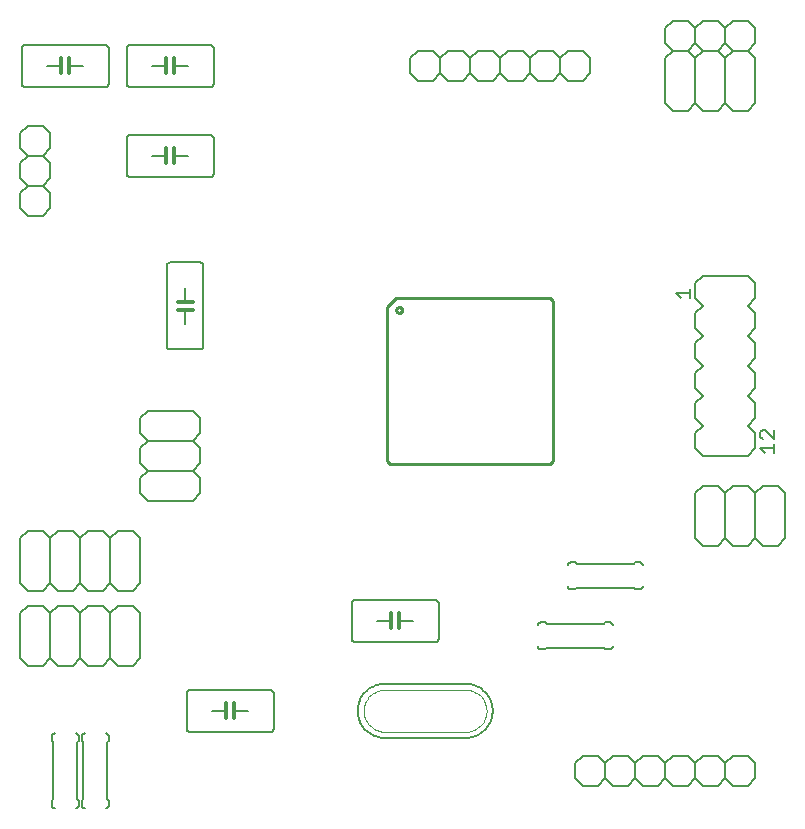
<source format=gto>
G75*
G70*
%OFA0B0*%
%FSLAX24Y24*%
%IPPOS*%
%LPD*%
%AMOC8*
5,1,8,0,0,1.08239X$1,22.5*
%
%ADD10C,0.0100*%
%ADD11C,0.0060*%
%ADD12C,0.0020*%
%ADD13C,0.0120*%
%ADD14C,0.0050*%
D10*
X013943Y013344D02*
X013844Y013443D01*
X013844Y018561D01*
X014139Y018856D01*
X019257Y018856D01*
X019356Y018757D01*
X019356Y013443D01*
X019257Y013344D01*
X013943Y013344D01*
X014140Y018462D02*
X014142Y018481D01*
X014147Y018500D01*
X014157Y018516D01*
X014169Y018531D01*
X014184Y018543D01*
X014200Y018553D01*
X014219Y018558D01*
X014238Y018560D01*
X014257Y018558D01*
X014276Y018553D01*
X014292Y018543D01*
X014307Y018531D01*
X014319Y018516D01*
X014329Y018500D01*
X014334Y018481D01*
X014336Y018462D01*
X014334Y018443D01*
X014329Y018424D01*
X014319Y018408D01*
X014307Y018393D01*
X014292Y018381D01*
X014276Y018371D01*
X014257Y018366D01*
X014238Y018364D01*
X014219Y018366D01*
X014200Y018371D01*
X014184Y018381D01*
X014169Y018393D01*
X014157Y018408D01*
X014147Y018424D01*
X014142Y018443D01*
X014140Y018462D01*
D11*
X002650Y002100D02*
X002650Y001950D01*
X002652Y001933D01*
X002656Y001916D01*
X002663Y001900D01*
X002673Y001886D01*
X002686Y001873D01*
X002700Y001863D01*
X002716Y001856D01*
X002733Y001852D01*
X002750Y001850D01*
X002650Y002100D02*
X002700Y002150D01*
X002700Y004050D01*
X002650Y004100D01*
X002650Y004250D01*
X002652Y004267D01*
X002656Y004284D01*
X002663Y004300D01*
X002673Y004314D01*
X002686Y004327D01*
X002700Y004337D01*
X002716Y004344D01*
X002733Y004348D01*
X002750Y004350D01*
X003450Y004350D02*
X003467Y004348D01*
X003484Y004344D01*
X003500Y004337D01*
X003514Y004327D01*
X003527Y004314D01*
X003537Y004300D01*
X003544Y004284D01*
X003548Y004267D01*
X003550Y004250D01*
X003550Y004100D01*
X003500Y004050D01*
X003500Y002150D01*
X003550Y002100D01*
X003550Y001950D01*
X003650Y001950D02*
X003650Y002100D01*
X003700Y002150D01*
X003700Y004050D01*
X003650Y004100D01*
X003650Y004250D01*
X003652Y004267D01*
X003656Y004284D01*
X003663Y004300D01*
X003673Y004314D01*
X003686Y004327D01*
X003700Y004337D01*
X003716Y004344D01*
X003733Y004348D01*
X003750Y004350D01*
X004450Y004350D02*
X004467Y004348D01*
X004484Y004344D01*
X004500Y004337D01*
X004514Y004327D01*
X004527Y004314D01*
X004537Y004300D01*
X004544Y004284D01*
X004548Y004267D01*
X004550Y004250D01*
X004550Y004100D01*
X004500Y004050D01*
X004500Y002150D01*
X004550Y002100D01*
X004550Y001950D01*
X004548Y001933D01*
X004544Y001916D01*
X004537Y001900D01*
X004527Y001886D01*
X004514Y001873D01*
X004500Y001863D01*
X004484Y001856D01*
X004467Y001852D01*
X004450Y001850D01*
X003750Y001850D02*
X003733Y001852D01*
X003716Y001856D01*
X003700Y001863D01*
X003686Y001873D01*
X003673Y001886D01*
X003663Y001900D01*
X003656Y001916D01*
X003652Y001933D01*
X003650Y001950D01*
X003550Y001950D02*
X003548Y001933D01*
X003544Y001916D01*
X003537Y001900D01*
X003527Y001886D01*
X003514Y001873D01*
X003500Y001863D01*
X003484Y001856D01*
X003467Y001852D01*
X003450Y001850D01*
X007150Y004500D02*
X007150Y005700D01*
X007152Y005717D01*
X007156Y005734D01*
X007163Y005750D01*
X007173Y005764D01*
X007186Y005777D01*
X007200Y005787D01*
X007216Y005794D01*
X007233Y005798D01*
X007250Y005800D01*
X009950Y005800D01*
X009967Y005798D01*
X009984Y005794D01*
X010000Y005787D01*
X010014Y005777D01*
X010027Y005764D01*
X010037Y005750D01*
X010044Y005734D01*
X010048Y005717D01*
X010050Y005700D01*
X010050Y004500D01*
X010048Y004483D01*
X010044Y004466D01*
X010037Y004450D01*
X010027Y004436D01*
X010014Y004423D01*
X010000Y004413D01*
X009984Y004406D01*
X009967Y004402D01*
X009950Y004400D01*
X007250Y004400D01*
X007233Y004402D01*
X007216Y004406D01*
X007200Y004413D01*
X007186Y004423D01*
X007173Y004436D01*
X007163Y004450D01*
X007156Y004466D01*
X007152Y004483D01*
X007150Y004500D01*
X008000Y005100D02*
X008480Y005100D01*
X008730Y005100D02*
X009200Y005100D01*
X005600Y006850D02*
X005600Y008350D01*
X005350Y008600D01*
X004850Y008600D01*
X004600Y008350D01*
X004600Y006850D01*
X004850Y006600D01*
X005350Y006600D01*
X005600Y006850D01*
X004600Y006850D02*
X004350Y006600D01*
X003850Y006600D01*
X003600Y006850D01*
X003600Y008350D01*
X003850Y008600D01*
X004350Y008600D01*
X004600Y008350D01*
X004350Y009100D02*
X003850Y009100D01*
X003600Y009350D01*
X003600Y010850D01*
X003850Y011100D01*
X004350Y011100D01*
X004600Y010850D01*
X004850Y011100D01*
X005350Y011100D01*
X005600Y010850D01*
X005600Y009350D01*
X005350Y009100D01*
X004850Y009100D01*
X004600Y009350D01*
X004600Y010850D01*
X003600Y010850D02*
X003350Y011100D01*
X002850Y011100D01*
X002600Y010850D01*
X002600Y009350D01*
X002850Y009100D01*
X003350Y009100D01*
X003600Y009350D01*
X004350Y009100D02*
X004600Y009350D01*
X003600Y008350D02*
X003350Y008600D01*
X002850Y008600D01*
X002600Y008350D01*
X002600Y006850D01*
X002850Y006600D01*
X003350Y006600D01*
X003600Y006850D01*
X002600Y006850D02*
X002350Y006600D01*
X001850Y006600D01*
X001600Y006850D01*
X001600Y008350D01*
X001850Y008600D01*
X002350Y008600D01*
X002600Y008350D01*
X002350Y009100D02*
X001850Y009100D01*
X001600Y009350D01*
X001600Y010850D01*
X001850Y011100D01*
X002350Y011100D01*
X002600Y010850D01*
X002600Y009350D02*
X002350Y009100D01*
X005600Y012350D02*
X005600Y012850D01*
X005850Y013100D01*
X007350Y013100D01*
X007600Y013350D01*
X007600Y013850D01*
X007350Y014100D01*
X007600Y014350D01*
X007600Y014850D01*
X007350Y015100D01*
X005850Y015100D01*
X005600Y014850D01*
X005600Y014350D01*
X005850Y014100D01*
X007350Y014100D01*
X007350Y013100D02*
X007600Y012850D01*
X007600Y012350D01*
X007350Y012100D01*
X005850Y012100D01*
X005600Y012350D01*
X005850Y013100D02*
X005600Y013350D01*
X005600Y013850D01*
X005850Y014100D01*
X006600Y017150D02*
X007600Y017150D01*
X007617Y017152D01*
X007634Y017156D01*
X007650Y017163D01*
X007664Y017173D01*
X007677Y017186D01*
X007687Y017200D01*
X007694Y017216D01*
X007698Y017233D01*
X007700Y017250D01*
X007700Y019950D01*
X007698Y019967D01*
X007694Y019984D01*
X007687Y020000D01*
X007677Y020014D01*
X007664Y020027D01*
X007650Y020037D01*
X007634Y020044D01*
X007617Y020048D01*
X007600Y020050D01*
X006600Y020050D01*
X006583Y020048D01*
X006566Y020044D01*
X006550Y020037D01*
X006536Y020027D01*
X006523Y020014D01*
X006513Y020000D01*
X006506Y019984D01*
X006502Y019967D01*
X006500Y019950D01*
X006500Y017250D01*
X006502Y017233D01*
X006506Y017216D01*
X006513Y017200D01*
X006523Y017186D01*
X006536Y017173D01*
X006550Y017163D01*
X006566Y017156D01*
X006583Y017152D01*
X006600Y017150D01*
X007100Y018000D02*
X007100Y018470D01*
X007100Y018720D02*
X007100Y019200D01*
X007950Y022900D02*
X005250Y022900D01*
X005233Y022902D01*
X005216Y022906D01*
X005200Y022913D01*
X005186Y022923D01*
X005173Y022936D01*
X005163Y022950D01*
X005156Y022966D01*
X005152Y022983D01*
X005150Y023000D01*
X005150Y024200D01*
X005152Y024217D01*
X005156Y024234D01*
X005163Y024250D01*
X005173Y024264D01*
X005186Y024277D01*
X005200Y024287D01*
X005216Y024294D01*
X005233Y024298D01*
X005250Y024300D01*
X007950Y024300D01*
X007967Y024298D01*
X007984Y024294D01*
X008000Y024287D01*
X008014Y024277D01*
X008027Y024264D01*
X008037Y024250D01*
X008044Y024234D01*
X008048Y024217D01*
X008050Y024200D01*
X008050Y023000D01*
X008048Y022983D01*
X008044Y022966D01*
X008037Y022950D01*
X008027Y022936D01*
X008014Y022923D01*
X008000Y022913D01*
X007984Y022906D01*
X007967Y022902D01*
X007950Y022900D01*
X007200Y023600D02*
X006730Y023600D01*
X006480Y023600D02*
X006000Y023600D01*
X005250Y025900D02*
X007950Y025900D01*
X007967Y025902D01*
X007984Y025906D01*
X008000Y025913D01*
X008014Y025923D01*
X008027Y025936D01*
X008037Y025950D01*
X008044Y025966D01*
X008048Y025983D01*
X008050Y026000D01*
X008050Y027200D01*
X008048Y027217D01*
X008044Y027234D01*
X008037Y027250D01*
X008027Y027264D01*
X008014Y027277D01*
X008000Y027287D01*
X007984Y027294D01*
X007967Y027298D01*
X007950Y027300D01*
X005250Y027300D01*
X005233Y027298D01*
X005216Y027294D01*
X005200Y027287D01*
X005186Y027277D01*
X005173Y027264D01*
X005163Y027250D01*
X005156Y027234D01*
X005152Y027217D01*
X005150Y027200D01*
X005150Y026000D01*
X005152Y025983D01*
X005156Y025966D01*
X005163Y025950D01*
X005173Y025936D01*
X005186Y025923D01*
X005200Y025913D01*
X005216Y025906D01*
X005233Y025902D01*
X005250Y025900D01*
X006000Y026600D02*
X006480Y026600D01*
X006730Y026600D02*
X007200Y026600D01*
X004550Y026000D02*
X004550Y027200D01*
X004548Y027217D01*
X004544Y027234D01*
X004537Y027250D01*
X004527Y027264D01*
X004514Y027277D01*
X004500Y027287D01*
X004484Y027294D01*
X004467Y027298D01*
X004450Y027300D01*
X001750Y027300D01*
X001733Y027298D01*
X001716Y027294D01*
X001700Y027287D01*
X001686Y027277D01*
X001673Y027264D01*
X001663Y027250D01*
X001656Y027234D01*
X001652Y027217D01*
X001650Y027200D01*
X001650Y026000D01*
X001652Y025983D01*
X001656Y025966D01*
X001663Y025950D01*
X001673Y025936D01*
X001686Y025923D01*
X001700Y025913D01*
X001716Y025906D01*
X001733Y025902D01*
X001750Y025900D01*
X004450Y025900D01*
X004467Y025902D01*
X004484Y025906D01*
X004500Y025913D01*
X004514Y025923D01*
X004527Y025936D01*
X004537Y025950D01*
X004544Y025966D01*
X004548Y025983D01*
X004550Y026000D01*
X003700Y026600D02*
X003230Y026600D01*
X002980Y026600D02*
X002500Y026600D01*
X002350Y024600D02*
X001850Y024600D01*
X001600Y024350D01*
X001600Y023850D01*
X001850Y023600D01*
X002350Y023600D01*
X002600Y023850D01*
X002600Y024350D01*
X002350Y024600D01*
X002350Y023600D02*
X002600Y023350D01*
X002600Y022850D01*
X002350Y022600D01*
X002600Y022350D01*
X002600Y021850D01*
X002350Y021600D01*
X001850Y021600D01*
X001600Y021850D01*
X001600Y022350D01*
X001850Y022600D01*
X001600Y022850D01*
X001600Y023350D01*
X001850Y023600D01*
X001850Y022600D02*
X002350Y022600D01*
X014600Y026350D02*
X014850Y026100D01*
X015350Y026100D01*
X015600Y026350D01*
X015850Y026100D01*
X016350Y026100D01*
X016600Y026350D01*
X016600Y026850D01*
X016350Y027100D01*
X015850Y027100D01*
X015600Y026850D01*
X015600Y026350D01*
X015600Y026850D02*
X015350Y027100D01*
X014850Y027100D01*
X014600Y026850D01*
X014600Y026350D01*
X016600Y026350D02*
X016850Y026100D01*
X017350Y026100D01*
X017600Y026350D01*
X017850Y026100D01*
X018350Y026100D01*
X018600Y026350D01*
X018850Y026100D01*
X019350Y026100D01*
X019600Y026350D01*
X019850Y026100D01*
X020350Y026100D01*
X020600Y026350D01*
X020600Y026850D01*
X020350Y027100D01*
X019850Y027100D01*
X019600Y026850D01*
X019600Y026350D01*
X019600Y026850D02*
X019350Y027100D01*
X018850Y027100D01*
X018600Y026850D01*
X018600Y026350D01*
X018600Y026850D02*
X018350Y027100D01*
X017850Y027100D01*
X017600Y026850D01*
X017600Y026350D01*
X017600Y026850D02*
X017350Y027100D01*
X016850Y027100D01*
X016600Y026850D01*
X023100Y026850D02*
X023100Y025350D01*
X023350Y025100D01*
X023850Y025100D01*
X024100Y025350D01*
X024100Y026850D01*
X024350Y027100D01*
X024100Y027350D01*
X023850Y027100D01*
X023350Y027100D01*
X023100Y027350D01*
X023100Y027850D01*
X023350Y028100D01*
X023850Y028100D01*
X024100Y027850D01*
X024350Y028100D01*
X024850Y028100D01*
X025100Y027850D01*
X025350Y028100D01*
X025850Y028100D01*
X026100Y027850D01*
X026100Y027350D01*
X025850Y027100D01*
X025350Y027100D01*
X025100Y027350D01*
X024850Y027100D01*
X024350Y027100D01*
X024850Y027100D01*
X025100Y026850D01*
X025350Y027100D01*
X025850Y027100D01*
X026100Y026850D01*
X026100Y025350D01*
X025850Y025100D01*
X025350Y025100D01*
X025100Y025350D01*
X025100Y026850D01*
X025100Y027350D02*
X025100Y027850D01*
X024100Y027850D02*
X024100Y027350D01*
X023850Y027100D02*
X024100Y026850D01*
X023850Y027100D02*
X023350Y027100D01*
X023100Y026850D01*
X024100Y025350D02*
X024350Y025100D01*
X024850Y025100D01*
X025100Y025350D01*
X024350Y019600D02*
X024100Y019350D01*
X024100Y018850D01*
X024350Y018600D01*
X024100Y018350D01*
X024100Y017850D01*
X024350Y017600D01*
X024100Y017350D01*
X024100Y016850D01*
X024350Y016600D01*
X024100Y016350D01*
X024100Y015850D01*
X024350Y015600D01*
X024100Y015350D01*
X024100Y014850D01*
X024350Y014600D01*
X024100Y014350D01*
X024100Y013850D01*
X024350Y013600D01*
X025850Y013600D01*
X026100Y013850D01*
X026100Y014350D01*
X025850Y014600D01*
X026100Y014850D01*
X026100Y015350D01*
X025850Y015600D01*
X026100Y015850D01*
X026100Y016350D01*
X025850Y016600D01*
X026100Y016850D01*
X026100Y017350D01*
X025850Y017600D01*
X026100Y017850D01*
X026100Y018350D01*
X025850Y018600D01*
X026100Y018850D01*
X026100Y019350D01*
X025850Y019600D01*
X024350Y019600D01*
X024350Y012600D02*
X024850Y012600D01*
X025100Y012350D01*
X025100Y010850D01*
X025350Y010600D01*
X025850Y010600D01*
X026100Y010850D01*
X026350Y010600D01*
X026850Y010600D01*
X027100Y010850D01*
X027100Y012350D01*
X026850Y012600D01*
X026350Y012600D01*
X026100Y012350D01*
X026100Y010850D01*
X025100Y010850D02*
X024850Y010600D01*
X024350Y010600D01*
X024100Y010850D01*
X024100Y012350D01*
X024350Y012600D01*
X025100Y012350D02*
X025350Y012600D01*
X025850Y012600D01*
X026100Y012350D01*
X022250Y010050D02*
X022100Y010050D01*
X022050Y010000D01*
X020150Y010000D01*
X020100Y010050D01*
X019950Y010050D01*
X019933Y010048D01*
X019916Y010044D01*
X019900Y010037D01*
X019886Y010027D01*
X019873Y010014D01*
X019863Y010000D01*
X019856Y009984D01*
X019852Y009967D01*
X019850Y009950D01*
X019850Y009250D02*
X019852Y009233D01*
X019856Y009216D01*
X019863Y009200D01*
X019873Y009186D01*
X019886Y009173D01*
X019900Y009163D01*
X019916Y009156D01*
X019933Y009152D01*
X019950Y009150D01*
X020100Y009150D01*
X020150Y009200D01*
X022050Y009200D01*
X022100Y009150D01*
X022250Y009150D01*
X022267Y009152D01*
X022284Y009156D01*
X022300Y009163D01*
X022314Y009173D01*
X022327Y009186D01*
X022337Y009200D01*
X022344Y009216D01*
X022348Y009233D01*
X022350Y009250D01*
X022350Y009950D02*
X022348Y009967D01*
X022344Y009984D01*
X022337Y010000D01*
X022327Y010014D01*
X022314Y010027D01*
X022300Y010037D01*
X022284Y010044D01*
X022267Y010048D01*
X022250Y010050D01*
X021250Y008050D02*
X021100Y008050D01*
X021050Y008000D01*
X019150Y008000D01*
X019100Y008050D01*
X018950Y008050D01*
X018933Y008048D01*
X018916Y008044D01*
X018900Y008037D01*
X018886Y008027D01*
X018873Y008014D01*
X018863Y008000D01*
X018856Y007984D01*
X018852Y007967D01*
X018850Y007950D01*
X018850Y007250D02*
X018852Y007233D01*
X018856Y007216D01*
X018863Y007200D01*
X018873Y007186D01*
X018886Y007173D01*
X018900Y007163D01*
X018916Y007156D01*
X018933Y007152D01*
X018950Y007150D01*
X019100Y007150D01*
X019150Y007200D01*
X021050Y007200D01*
X021100Y007150D01*
X021250Y007150D01*
X021267Y007152D01*
X021284Y007156D01*
X021300Y007163D01*
X021314Y007173D01*
X021327Y007186D01*
X021337Y007200D01*
X021344Y007216D01*
X021348Y007233D01*
X021350Y007250D01*
X021350Y007950D02*
X021348Y007967D01*
X021344Y007984D01*
X021337Y008000D01*
X021327Y008014D01*
X021314Y008027D01*
X021300Y008037D01*
X021284Y008044D01*
X021267Y008048D01*
X021250Y008050D01*
X021350Y003600D02*
X021850Y003600D01*
X022100Y003350D01*
X022350Y003600D01*
X022850Y003600D01*
X023100Y003350D01*
X023350Y003600D01*
X023850Y003600D01*
X024100Y003350D01*
X024350Y003600D01*
X024850Y003600D01*
X025100Y003350D01*
X025350Y003600D01*
X025850Y003600D01*
X026100Y003350D01*
X026100Y002850D01*
X025850Y002600D01*
X025350Y002600D01*
X025100Y002850D01*
X024850Y002600D01*
X024350Y002600D01*
X024100Y002850D01*
X024100Y003350D01*
X024100Y002850D02*
X023850Y002600D01*
X023350Y002600D01*
X023100Y002850D01*
X022850Y002600D01*
X022350Y002600D01*
X022100Y002850D01*
X021850Y002600D01*
X021350Y002600D01*
X021100Y002850D01*
X020850Y002600D01*
X020350Y002600D01*
X020100Y002850D01*
X020100Y003350D01*
X020350Y003600D01*
X020850Y003600D01*
X021100Y003350D01*
X021350Y003600D01*
X021100Y003350D02*
X021100Y002850D01*
X022100Y002850D02*
X022100Y003350D01*
X023100Y003350D02*
X023100Y002850D01*
X025100Y002850D02*
X025100Y003350D01*
X016450Y004200D02*
X013750Y004200D01*
X013691Y004202D01*
X013633Y004208D01*
X013574Y004217D01*
X013517Y004231D01*
X013461Y004248D01*
X013406Y004269D01*
X013352Y004293D01*
X013300Y004321D01*
X013250Y004352D01*
X013202Y004386D01*
X013157Y004423D01*
X013114Y004464D01*
X013073Y004507D01*
X013036Y004552D01*
X013002Y004600D01*
X012971Y004650D01*
X012943Y004702D01*
X012919Y004756D01*
X012898Y004811D01*
X012881Y004867D01*
X012867Y004924D01*
X012858Y004983D01*
X012852Y005041D01*
X012850Y005100D01*
X012852Y005159D01*
X012858Y005217D01*
X012867Y005276D01*
X012881Y005333D01*
X012898Y005389D01*
X012919Y005444D01*
X012943Y005498D01*
X012971Y005550D01*
X013002Y005600D01*
X013036Y005648D01*
X013073Y005693D01*
X013114Y005736D01*
X013157Y005777D01*
X013202Y005814D01*
X013250Y005848D01*
X013300Y005879D01*
X013352Y005907D01*
X013406Y005931D01*
X013461Y005952D01*
X013517Y005969D01*
X013574Y005983D01*
X013633Y005992D01*
X013691Y005998D01*
X013750Y006000D01*
X016450Y006000D01*
X016509Y005998D01*
X016567Y005992D01*
X016626Y005983D01*
X016683Y005969D01*
X016739Y005952D01*
X016794Y005931D01*
X016848Y005907D01*
X016900Y005879D01*
X016950Y005848D01*
X016998Y005814D01*
X017043Y005777D01*
X017086Y005736D01*
X017127Y005693D01*
X017164Y005648D01*
X017198Y005600D01*
X017229Y005550D01*
X017257Y005498D01*
X017281Y005444D01*
X017302Y005389D01*
X017319Y005333D01*
X017333Y005276D01*
X017342Y005217D01*
X017348Y005159D01*
X017350Y005100D01*
X017348Y005041D01*
X017342Y004983D01*
X017333Y004924D01*
X017319Y004867D01*
X017302Y004811D01*
X017281Y004756D01*
X017257Y004702D01*
X017229Y004650D01*
X017198Y004600D01*
X017164Y004552D01*
X017127Y004507D01*
X017086Y004464D01*
X017043Y004423D01*
X016998Y004386D01*
X016950Y004352D01*
X016900Y004321D01*
X016848Y004293D01*
X016794Y004269D01*
X016739Y004248D01*
X016683Y004231D01*
X016626Y004217D01*
X016567Y004208D01*
X016509Y004202D01*
X016450Y004200D01*
X015450Y007400D02*
X012750Y007400D01*
X012733Y007402D01*
X012716Y007406D01*
X012700Y007413D01*
X012686Y007423D01*
X012673Y007436D01*
X012663Y007450D01*
X012656Y007466D01*
X012652Y007483D01*
X012650Y007500D01*
X012650Y008700D01*
X012652Y008717D01*
X012656Y008734D01*
X012663Y008750D01*
X012673Y008764D01*
X012686Y008777D01*
X012700Y008787D01*
X012716Y008794D01*
X012733Y008798D01*
X012750Y008800D01*
X015450Y008800D01*
X015467Y008798D01*
X015484Y008794D01*
X015500Y008787D01*
X015514Y008777D01*
X015527Y008764D01*
X015537Y008750D01*
X015544Y008734D01*
X015548Y008717D01*
X015550Y008700D01*
X015550Y007500D01*
X015548Y007483D01*
X015544Y007466D01*
X015537Y007450D01*
X015527Y007436D01*
X015514Y007423D01*
X015500Y007413D01*
X015484Y007406D01*
X015467Y007402D01*
X015450Y007400D01*
X014700Y008100D02*
X014230Y008100D01*
X013980Y008100D02*
X013500Y008100D01*
D12*
X013750Y005800D02*
X016450Y005800D01*
X016501Y005798D01*
X016552Y005793D01*
X016602Y005783D01*
X016652Y005770D01*
X016700Y005754D01*
X016747Y005734D01*
X016793Y005710D01*
X016836Y005684D01*
X016878Y005654D01*
X016917Y005621D01*
X016954Y005586D01*
X016988Y005548D01*
X017019Y005507D01*
X017048Y005465D01*
X017073Y005420D01*
X017094Y005374D01*
X017113Y005326D01*
X017127Y005277D01*
X017138Y005227D01*
X017146Y005177D01*
X017150Y005126D01*
X017150Y005074D01*
X017146Y005023D01*
X017138Y004973D01*
X017127Y004923D01*
X017113Y004874D01*
X017094Y004826D01*
X017073Y004780D01*
X017048Y004735D01*
X017019Y004693D01*
X016988Y004652D01*
X016954Y004614D01*
X016917Y004579D01*
X016878Y004546D01*
X016836Y004516D01*
X016793Y004490D01*
X016747Y004466D01*
X016700Y004446D01*
X016652Y004430D01*
X016602Y004417D01*
X016552Y004407D01*
X016501Y004402D01*
X016450Y004400D01*
X013750Y004400D01*
X013699Y004402D01*
X013648Y004407D01*
X013598Y004417D01*
X013548Y004430D01*
X013500Y004446D01*
X013453Y004466D01*
X013407Y004490D01*
X013364Y004516D01*
X013322Y004546D01*
X013283Y004579D01*
X013246Y004614D01*
X013212Y004652D01*
X013181Y004693D01*
X013152Y004735D01*
X013127Y004780D01*
X013106Y004826D01*
X013087Y004874D01*
X013073Y004923D01*
X013062Y004973D01*
X013054Y005023D01*
X013050Y005074D01*
X013050Y005126D01*
X013054Y005177D01*
X013062Y005227D01*
X013073Y005277D01*
X013087Y005326D01*
X013106Y005374D01*
X013127Y005420D01*
X013152Y005465D01*
X013181Y005507D01*
X013212Y005548D01*
X013246Y005586D01*
X013283Y005621D01*
X013322Y005654D01*
X013364Y005684D01*
X013407Y005710D01*
X013453Y005734D01*
X013500Y005754D01*
X013548Y005770D01*
X013598Y005783D01*
X013648Y005793D01*
X013699Y005798D01*
X013750Y005800D01*
D13*
X013980Y007850D02*
X013980Y008100D01*
X013980Y008350D01*
X014230Y008350D02*
X014230Y008100D01*
X014230Y007850D01*
X008730Y005350D02*
X008730Y005100D01*
X008730Y004850D01*
X008480Y004850D02*
X008480Y005100D01*
X008480Y005350D01*
X007350Y018470D02*
X007100Y018470D01*
X006850Y018470D01*
X006850Y018720D02*
X007100Y018720D01*
X007350Y018720D01*
X006730Y023350D02*
X006730Y023600D01*
X006730Y023850D01*
X006480Y023850D02*
X006480Y023600D01*
X006480Y023350D01*
X006480Y026350D02*
X006480Y026600D01*
X006480Y026850D01*
X006730Y026850D02*
X006730Y026600D01*
X006730Y026350D01*
X003230Y026350D02*
X003230Y026600D01*
X003230Y026850D01*
X002980Y026850D02*
X002980Y026600D01*
X002980Y026350D01*
D14*
X023475Y019015D02*
X023925Y019015D01*
X023925Y018865D02*
X023925Y019165D01*
X023625Y018865D02*
X023475Y019015D01*
X026350Y014465D02*
X026275Y014390D01*
X026275Y014240D01*
X026350Y014165D01*
X026350Y014465D02*
X026425Y014465D01*
X026725Y014165D01*
X026725Y014465D01*
X026725Y014004D02*
X026725Y013704D01*
X026725Y013854D02*
X026275Y013854D01*
X026425Y013704D01*
M02*

</source>
